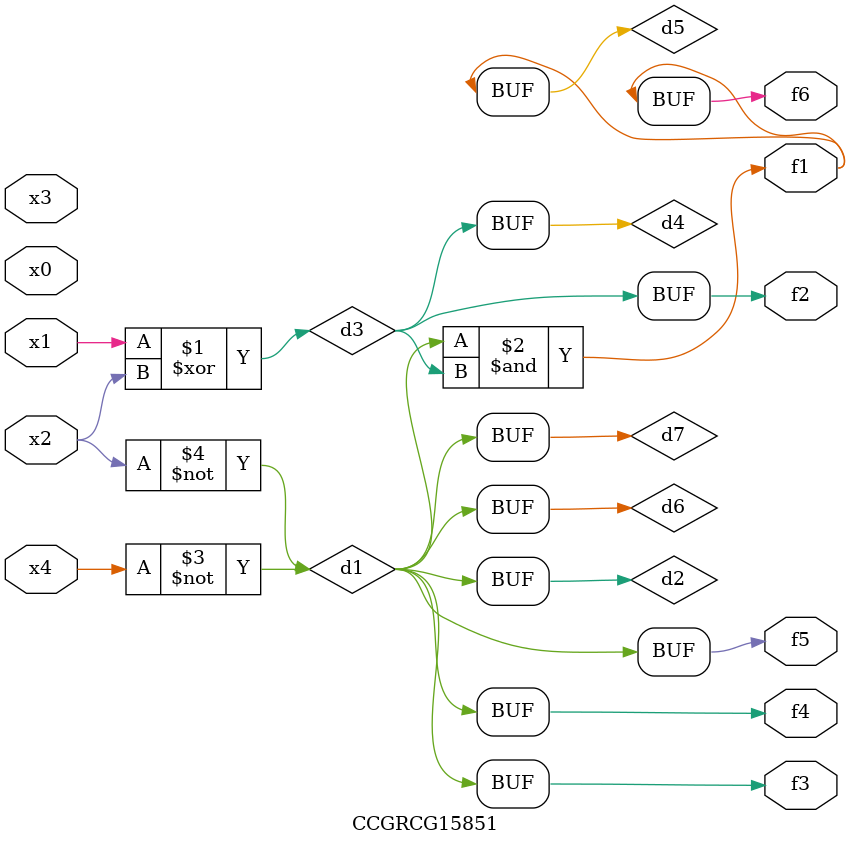
<source format=v>
module CCGRCG15851(
	input x0, x1, x2, x3, x4,
	output f1, f2, f3, f4, f5, f6
);

	wire d1, d2, d3, d4, d5, d6, d7;

	not (d1, x4);
	not (d2, x2);
	xor (d3, x1, x2);
	buf (d4, d3);
	and (d5, d1, d3);
	buf (d6, d1, d2);
	buf (d7, d2);
	assign f1 = d5;
	assign f2 = d4;
	assign f3 = d7;
	assign f4 = d7;
	assign f5 = d7;
	assign f6 = d5;
endmodule

</source>
